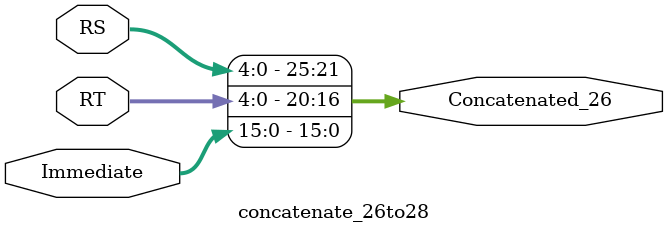
<source format=v>
module concatenate_26to28(
    input   wire   [4:0]    RS,
    input   wire   [4:0]    RT,
    input   wire   [15:0]   Immediate, 
    output  wire   [25:0]   Concatenated_26
);

    assign Concatenated_26 = {RS, RT, Immediate};

endmodule
</source>
